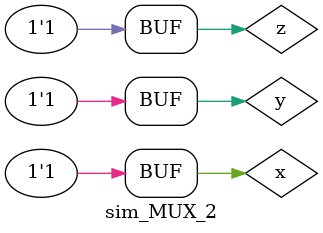
<source format=v>
`timescale 1ns / 1ps


module sim_MUX_2( );
reg x,y,z;
wire r;
MUX_2 u_MUX_2(.a(x),.b(y),.c(z),.y(r));
always begin
x=0;y=0;z=0;#100;
x=0;y=0;z=1;#100;
x=0;y=1;z=0;#100;
x=0;y=1;z=1;#100;
x=1;y=0;z=0;#100;
x=1;y=0;z=1;#100;
x=1;y=1;z=0;#100;
x=1;y=1;z=1;#100;
end
endmodule


</source>
